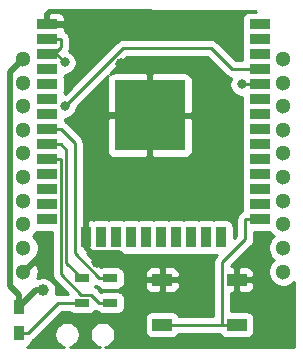
<source format=gtl>
%TF.GenerationSoftware,KiCad,Pcbnew,(5.1.0-4-gc924fc765)*%
%TF.CreationDate,2019-03-12T10:18:20+09:00*%
%TF.ProjectId,xbee,78626565-2e6b-4696-9361-645f70636258,rev?*%
%TF.SameCoordinates,Original*%
%TF.FileFunction,Copper,L1,Top*%
%TF.FilePolarity,Positive*%
%FSLAX46Y46*%
G04 Gerber Fmt 4.6, Leading zero omitted, Abs format (unit mm)*
G04 Created by KiCad (PCBNEW (5.1.0-4-gc924fc765)) date 2019-03-12 10:18:20*
%MOMM*%
%LPD*%
G04 APERTURE LIST*
%ADD10R,0.900000X1.200000*%
%ADD11R,1.200000X0.700000*%
%ADD12C,1.300000*%
%ADD13R,1.750000X0.900000*%
%ADD14R,0.900000X1.750000*%
%ADD15R,6.000000X6.000000*%
%ADD16R,1.700000X1.000000*%
%ADD17C,1.000000*%
%ADD18C,0.800000*%
%ADD19C,0.500000*%
%ADD20C,0.250000*%
%ADD21C,0.254000*%
G04 APERTURE END LIST*
D10*
X137250000Y-121600000D03*
X137250000Y-119400000D03*
D11*
X144950000Y-116950000D03*
X142550000Y-116950000D03*
X144950000Y-119050000D03*
X142550000Y-119050000D03*
D12*
X159600000Y-98400000D03*
X159600000Y-100400000D03*
X159600000Y-102400000D03*
X159600000Y-104400000D03*
X159600000Y-106400000D03*
X159600000Y-108400000D03*
X159600000Y-110400000D03*
X159600000Y-112400000D03*
X159600000Y-114400000D03*
X159600000Y-116400000D03*
X137600000Y-116400000D03*
X137600000Y-114400000D03*
X137600000Y-112400000D03*
X137600000Y-110400000D03*
X137600000Y-108400000D03*
X137600000Y-106400000D03*
X137600000Y-104400000D03*
X137600000Y-102400000D03*
X137600000Y-100400000D03*
X137600000Y-98400000D03*
D13*
X157600434Y-95482662D03*
X157600434Y-96752662D03*
X157600434Y-98022662D03*
X157600434Y-99292662D03*
X157600434Y-100562662D03*
X157600434Y-101832662D03*
X157600434Y-103102662D03*
X157600434Y-104372662D03*
X157600434Y-105642662D03*
X157600434Y-106912662D03*
X157600434Y-108182662D03*
X157600434Y-109452662D03*
X157600434Y-110722662D03*
X157600434Y-111992662D03*
D14*
X154315434Y-113482662D03*
X153045434Y-113482662D03*
X151775434Y-113482662D03*
X150505434Y-113482662D03*
X149235434Y-113482662D03*
X147965434Y-113482662D03*
X146695434Y-113482662D03*
X145425434Y-113482662D03*
X144155434Y-113482662D03*
X142885434Y-113482662D03*
D13*
X139600434Y-111992662D03*
X139600434Y-110722662D03*
X139600434Y-109452662D03*
X139600434Y-108182662D03*
X139600434Y-106912662D03*
X139600434Y-105642662D03*
X139600434Y-104372662D03*
X139600434Y-103102662D03*
X139600434Y-101832662D03*
X139600434Y-100562662D03*
X139600434Y-99292662D03*
X139600434Y-98022662D03*
X139600434Y-96752662D03*
X139600434Y-95482662D03*
D15*
X148300434Y-103182662D03*
D16*
X155650000Y-120900000D03*
X149350000Y-120900000D03*
X155650000Y-117100000D03*
X149350000Y-117100000D03*
D17*
X145845514Y-98845514D03*
X142750000Y-98229400D03*
X143870714Y-115629286D03*
X139250000Y-118000000D03*
D18*
X141089500Y-98702200D03*
X141102100Y-102422200D03*
X156078000Y-100562700D03*
D19*
X142885434Y-114347664D02*
X142885434Y-113482662D01*
X143345433Y-114807663D02*
X142885434Y-114347664D01*
X148000000Y-117100000D02*
X145707663Y-114807663D01*
X149350000Y-117100000D02*
X148000000Y-117100000D01*
X144800434Y-103182662D02*
X148300434Y-103182662D01*
X142885434Y-105097662D02*
X144800434Y-103182662D01*
X142885434Y-113482662D02*
X142885434Y-105097662D01*
X148300434Y-99682662D02*
X147617772Y-99000000D01*
X148300434Y-103182662D02*
X148300434Y-99682662D01*
X147617772Y-99000000D02*
X146000000Y-99000000D01*
X146000000Y-99000000D02*
X145845514Y-98845514D01*
X142250001Y-97729401D02*
X142250001Y-96757229D01*
X140975434Y-95482662D02*
X139600434Y-95482662D01*
X142250001Y-96757229D02*
X140975434Y-95482662D01*
X142750000Y-98229400D02*
X142250001Y-97729401D01*
X143870714Y-114922180D02*
X143756197Y-114807663D01*
X143870714Y-115629286D02*
X143870714Y-114922180D01*
X143756197Y-114807663D02*
X143557663Y-114807663D01*
X143557663Y-114807663D02*
X143345433Y-114807663D01*
X145707663Y-114807663D02*
X143557663Y-114807663D01*
X137250000Y-119400000D02*
X137250000Y-118349700D01*
X137600000Y-98400000D02*
X136486600Y-99513400D01*
X136486600Y-99513400D02*
X136486600Y-117586300D01*
X136486600Y-117586300D02*
X137250000Y-118349700D01*
X138650000Y-118000000D02*
X137250000Y-119400000D01*
X139250000Y-118000000D02*
X138650000Y-118000000D01*
D20*
X144950000Y-119050000D02*
X144024700Y-119050000D01*
X139600400Y-106912700D02*
X140800700Y-106912700D01*
X140800700Y-106912700D02*
X140800700Y-116650000D01*
X140800700Y-116650000D02*
X142525400Y-118374700D01*
X142525400Y-118374700D02*
X143349400Y-118374700D01*
X143349400Y-118374700D02*
X144024700Y-119050000D01*
X137250000Y-121600000D02*
X138025300Y-121600000D01*
X142550000Y-119050000D02*
X140575300Y-119050000D01*
X140575300Y-119050000D02*
X138025300Y-121600000D01*
X139600400Y-105642700D02*
X140800700Y-105642700D01*
X140800700Y-105642700D02*
X141251100Y-106093100D01*
X141251100Y-106093100D02*
X141251100Y-115651100D01*
X141251100Y-115651100D02*
X142550000Y-116950000D01*
X139600400Y-104372700D02*
X140800700Y-104372700D01*
X144950000Y-116950000D02*
X144024700Y-116950000D01*
X140800700Y-104372700D02*
X141944600Y-105516600D01*
X141944600Y-105516600D02*
X141944600Y-114869900D01*
X141944600Y-114869900D02*
X144024700Y-116950000D01*
X141089500Y-98702200D02*
X140305300Y-97918000D01*
X140305300Y-97918000D02*
X140800700Y-97422600D01*
X140800700Y-97422600D02*
X140800700Y-96752700D01*
X140200600Y-98022700D02*
X140305300Y-97918000D01*
X139600400Y-96752700D02*
X140800700Y-96752700D01*
X139600400Y-98022700D02*
X140200600Y-98022700D01*
X154439500Y-120900000D02*
X155650000Y-120900000D01*
X149350000Y-120900000D02*
X154439500Y-120900000D01*
X154439500Y-120900000D02*
X154439500Y-115629000D01*
X154439500Y-115629000D02*
X156400100Y-113668400D01*
X156400100Y-113668400D02*
X156400100Y-111992700D01*
X157600400Y-111992700D02*
X156400100Y-111992700D01*
X146024300Y-97500000D02*
X141102100Y-102422200D01*
X155250000Y-99250000D02*
X153500000Y-97500000D01*
X157557700Y-99250000D02*
X155250000Y-99250000D01*
X153500000Y-97500000D02*
X146024300Y-97500000D01*
X157600400Y-99292700D02*
X157557700Y-99250000D01*
X157600400Y-100562700D02*
X156078000Y-100562700D01*
D21*
G36*
X158601875Y-113219140D02*
G01*
X158780860Y-113398125D01*
X158783666Y-113400000D01*
X158780860Y-113401875D01*
X158601875Y-113580860D01*
X158461247Y-113791324D01*
X158364381Y-114025179D01*
X158315000Y-114273439D01*
X158315000Y-114526561D01*
X158364381Y-114774821D01*
X158461247Y-115008676D01*
X158601875Y-115219140D01*
X158780860Y-115398125D01*
X158783666Y-115400000D01*
X158780860Y-115401875D01*
X158601875Y-115580860D01*
X158461247Y-115791324D01*
X158364381Y-116025179D01*
X158315000Y-116273439D01*
X158315000Y-116526561D01*
X158364381Y-116774821D01*
X158461247Y-117008676D01*
X158601875Y-117219140D01*
X158780860Y-117398125D01*
X158991324Y-117538753D01*
X159225179Y-117635619D01*
X159473439Y-117685000D01*
X159726561Y-117685000D01*
X159974821Y-117635619D01*
X160208676Y-117538753D01*
X160419140Y-117398125D01*
X160528644Y-117288621D01*
X160538701Y-122790000D01*
X144532547Y-122790000D01*
X144616483Y-122773304D01*
X144813940Y-122691515D01*
X144991647Y-122572775D01*
X145142775Y-122421647D01*
X145261515Y-122243940D01*
X145343304Y-122046483D01*
X145385000Y-121836863D01*
X145385000Y-121623137D01*
X145343304Y-121413517D01*
X145261515Y-121216060D01*
X145142775Y-121038353D01*
X144991647Y-120887225D01*
X144813940Y-120768485D01*
X144616483Y-120686696D01*
X144406863Y-120645000D01*
X144193137Y-120645000D01*
X143983517Y-120686696D01*
X143786060Y-120768485D01*
X143608353Y-120887225D01*
X143457225Y-121038353D01*
X143338485Y-121216060D01*
X143256696Y-121413517D01*
X143215000Y-121623137D01*
X143215000Y-121836863D01*
X143256696Y-122046483D01*
X143338485Y-122243940D01*
X143457225Y-122421647D01*
X143608353Y-122572775D01*
X143786060Y-122691515D01*
X143983517Y-122773304D01*
X144067453Y-122790000D01*
X141532547Y-122790000D01*
X141616483Y-122773304D01*
X141813940Y-122691515D01*
X141991647Y-122572775D01*
X142142775Y-122421647D01*
X142261515Y-122243940D01*
X142343304Y-122046483D01*
X142385000Y-121836863D01*
X142385000Y-121623137D01*
X142343304Y-121413517D01*
X142261515Y-121216060D01*
X142142775Y-121038353D01*
X141991647Y-120887225D01*
X141813940Y-120768485D01*
X141616483Y-120686696D01*
X141406863Y-120645000D01*
X141193137Y-120645000D01*
X140983517Y-120686696D01*
X140786060Y-120768485D01*
X140608353Y-120887225D01*
X140457225Y-121038353D01*
X140338485Y-121216060D01*
X140256696Y-121413517D01*
X140215000Y-121623137D01*
X140215000Y-121836863D01*
X140256696Y-122046483D01*
X140338485Y-122243940D01*
X140457225Y-122421647D01*
X140608353Y-122572775D01*
X140786060Y-122691515D01*
X140983517Y-122773304D01*
X141067453Y-122790000D01*
X137942538Y-122790000D01*
X137944180Y-122789502D01*
X138054494Y-122730537D01*
X138151185Y-122651185D01*
X138230537Y-122554494D01*
X138289502Y-122444180D01*
X138325812Y-122324482D01*
X138328240Y-122299830D01*
X138449576Y-122234974D01*
X138565301Y-122140001D01*
X138589104Y-122110997D01*
X140890102Y-119810000D01*
X141465015Y-119810000D01*
X141498815Y-119851185D01*
X141595506Y-119930537D01*
X141705820Y-119989502D01*
X141825518Y-120025812D01*
X141950000Y-120038072D01*
X143150000Y-120038072D01*
X143274482Y-120025812D01*
X143394180Y-119989502D01*
X143504494Y-119930537D01*
X143601185Y-119851185D01*
X143680537Y-119754494D01*
X143691636Y-119733729D01*
X143732453Y-119755546D01*
X143849453Y-119791037D01*
X143898815Y-119851185D01*
X143995506Y-119930537D01*
X144105820Y-119989502D01*
X144225518Y-120025812D01*
X144350000Y-120038072D01*
X145550000Y-120038072D01*
X145674482Y-120025812D01*
X145794180Y-119989502D01*
X145904494Y-119930537D01*
X146001185Y-119851185D01*
X146080537Y-119754494D01*
X146139502Y-119644180D01*
X146175812Y-119524482D01*
X146188072Y-119400000D01*
X146188072Y-118700000D01*
X146175812Y-118575518D01*
X146139502Y-118455820D01*
X146080537Y-118345506D01*
X146001185Y-118248815D01*
X145904494Y-118169463D01*
X145794180Y-118110498D01*
X145674482Y-118074188D01*
X145550000Y-118061928D01*
X144350000Y-118061928D01*
X144225518Y-118074188D01*
X144147390Y-118097888D01*
X143913203Y-117863702D01*
X143889401Y-117834699D01*
X143773676Y-117739726D01*
X143660316Y-117679133D01*
X143680537Y-117654494D01*
X143691636Y-117633729D01*
X143732453Y-117655546D01*
X143849453Y-117691037D01*
X143898815Y-117751185D01*
X143995506Y-117830537D01*
X144105820Y-117889502D01*
X144225518Y-117925812D01*
X144350000Y-117938072D01*
X145550000Y-117938072D01*
X145674482Y-117925812D01*
X145794180Y-117889502D01*
X145904494Y-117830537D01*
X146001185Y-117751185D01*
X146080537Y-117654494D01*
X146109665Y-117600000D01*
X147861928Y-117600000D01*
X147874188Y-117724482D01*
X147910498Y-117844180D01*
X147969463Y-117954494D01*
X148048815Y-118051185D01*
X148145506Y-118130537D01*
X148255820Y-118189502D01*
X148375518Y-118225812D01*
X148500000Y-118238072D01*
X149064250Y-118235000D01*
X149223000Y-118076250D01*
X149223000Y-117227000D01*
X149477000Y-117227000D01*
X149477000Y-118076250D01*
X149635750Y-118235000D01*
X150200000Y-118238072D01*
X150324482Y-118225812D01*
X150444180Y-118189502D01*
X150554494Y-118130537D01*
X150651185Y-118051185D01*
X150730537Y-117954494D01*
X150789502Y-117844180D01*
X150825812Y-117724482D01*
X150838072Y-117600000D01*
X150835000Y-117385750D01*
X150676250Y-117227000D01*
X149477000Y-117227000D01*
X149223000Y-117227000D01*
X148023750Y-117227000D01*
X147865000Y-117385750D01*
X147861928Y-117600000D01*
X146109665Y-117600000D01*
X146139502Y-117544180D01*
X146175812Y-117424482D01*
X146188072Y-117300000D01*
X146188072Y-116600000D01*
X147861928Y-116600000D01*
X147865000Y-116814250D01*
X148023750Y-116973000D01*
X149223000Y-116973000D01*
X149223000Y-116123750D01*
X149477000Y-116123750D01*
X149477000Y-116973000D01*
X150676250Y-116973000D01*
X150835000Y-116814250D01*
X150838072Y-116600000D01*
X150825812Y-116475518D01*
X150789502Y-116355820D01*
X150730537Y-116245506D01*
X150651185Y-116148815D01*
X150554494Y-116069463D01*
X150444180Y-116010498D01*
X150324482Y-115974188D01*
X150200000Y-115961928D01*
X149635750Y-115965000D01*
X149477000Y-116123750D01*
X149223000Y-116123750D01*
X149064250Y-115965000D01*
X148500000Y-115961928D01*
X148375518Y-115974188D01*
X148255820Y-116010498D01*
X148145506Y-116069463D01*
X148048815Y-116148815D01*
X147969463Y-116245506D01*
X147910498Y-116355820D01*
X147874188Y-116475518D01*
X147861928Y-116600000D01*
X146188072Y-116600000D01*
X146175812Y-116475518D01*
X146139502Y-116355820D01*
X146080537Y-116245506D01*
X146001185Y-116148815D01*
X145904494Y-116069463D01*
X145794180Y-116010498D01*
X145674482Y-115974188D01*
X145550000Y-115961928D01*
X144350000Y-115961928D01*
X144225518Y-115974188D01*
X144147390Y-115997888D01*
X143012436Y-114862935D01*
X143012436Y-114833914D01*
X143171184Y-114992662D01*
X143335434Y-114995734D01*
X143459916Y-114983474D01*
X143520434Y-114965116D01*
X143580952Y-114983474D01*
X143705434Y-114995734D01*
X144605434Y-114995734D01*
X144729916Y-114983474D01*
X144790434Y-114965116D01*
X144850952Y-114983474D01*
X144975434Y-114995734D01*
X145875434Y-114995734D01*
X145999916Y-114983474D01*
X146060434Y-114965116D01*
X146120952Y-114983474D01*
X146245434Y-114995734D01*
X147145434Y-114995734D01*
X147269916Y-114983474D01*
X147330434Y-114965116D01*
X147390952Y-114983474D01*
X147515434Y-114995734D01*
X148415434Y-114995734D01*
X148539916Y-114983474D01*
X148600434Y-114965116D01*
X148660952Y-114983474D01*
X148785434Y-114995734D01*
X149685434Y-114995734D01*
X149809916Y-114983474D01*
X149870434Y-114965116D01*
X149930952Y-114983474D01*
X150055434Y-114995734D01*
X150955434Y-114995734D01*
X151079916Y-114983474D01*
X151140434Y-114965116D01*
X151200952Y-114983474D01*
X151325434Y-114995734D01*
X152225434Y-114995734D01*
X152349916Y-114983474D01*
X152410434Y-114965116D01*
X152470952Y-114983474D01*
X152595434Y-114995734D01*
X153495434Y-114995734D01*
X153619916Y-114983474D01*
X153680434Y-114965116D01*
X153740952Y-114983474D01*
X153865434Y-114995734D01*
X153997965Y-114995734D01*
X153928498Y-115065201D01*
X153899500Y-115088999D01*
X153875702Y-115117997D01*
X153875701Y-115117998D01*
X153804526Y-115204724D01*
X153733954Y-115336754D01*
X153715338Y-115398125D01*
X153690498Y-115480014D01*
X153687104Y-115514473D01*
X153675824Y-115629000D01*
X153679501Y-115666332D01*
X153679500Y-120140000D01*
X150781046Y-120140000D01*
X150730537Y-120045506D01*
X150651185Y-119948815D01*
X150554494Y-119869463D01*
X150444180Y-119810498D01*
X150324482Y-119774188D01*
X150200000Y-119761928D01*
X148500000Y-119761928D01*
X148375518Y-119774188D01*
X148255820Y-119810498D01*
X148145506Y-119869463D01*
X148048815Y-119948815D01*
X147969463Y-120045506D01*
X147910498Y-120155820D01*
X147874188Y-120275518D01*
X147861928Y-120400000D01*
X147861928Y-121400000D01*
X147874188Y-121524482D01*
X147910498Y-121644180D01*
X147969463Y-121754494D01*
X148048815Y-121851185D01*
X148145506Y-121930537D01*
X148255820Y-121989502D01*
X148375518Y-122025812D01*
X148500000Y-122038072D01*
X150200000Y-122038072D01*
X150324482Y-122025812D01*
X150444180Y-121989502D01*
X150554494Y-121930537D01*
X150651185Y-121851185D01*
X150730537Y-121754494D01*
X150781046Y-121660000D01*
X154218954Y-121660000D01*
X154269463Y-121754494D01*
X154348815Y-121851185D01*
X154445506Y-121930537D01*
X154555820Y-121989502D01*
X154675518Y-122025812D01*
X154800000Y-122038072D01*
X156500000Y-122038072D01*
X156624482Y-122025812D01*
X156744180Y-121989502D01*
X156854494Y-121930537D01*
X156951185Y-121851185D01*
X157030537Y-121754494D01*
X157089502Y-121644180D01*
X157125812Y-121524482D01*
X157138072Y-121400000D01*
X157138072Y-120400000D01*
X157125812Y-120275518D01*
X157089502Y-120155820D01*
X157030537Y-120045506D01*
X156951185Y-119948815D01*
X156854494Y-119869463D01*
X156744180Y-119810498D01*
X156624482Y-119774188D01*
X156500000Y-119761928D01*
X155199500Y-119761928D01*
X155199500Y-118235897D01*
X155364250Y-118235000D01*
X155523000Y-118076250D01*
X155523000Y-117227000D01*
X155777000Y-117227000D01*
X155777000Y-118076250D01*
X155935750Y-118235000D01*
X156500000Y-118238072D01*
X156624482Y-118225812D01*
X156744180Y-118189502D01*
X156854494Y-118130537D01*
X156951185Y-118051185D01*
X157030537Y-117954494D01*
X157089502Y-117844180D01*
X157125812Y-117724482D01*
X157138072Y-117600000D01*
X157135000Y-117385750D01*
X156976250Y-117227000D01*
X155777000Y-117227000D01*
X155523000Y-117227000D01*
X155503000Y-117227000D01*
X155503000Y-116973000D01*
X155523000Y-116973000D01*
X155523000Y-116123750D01*
X155777000Y-116123750D01*
X155777000Y-116973000D01*
X156976250Y-116973000D01*
X157135000Y-116814250D01*
X157138072Y-116600000D01*
X157125812Y-116475518D01*
X157089502Y-116355820D01*
X157030537Y-116245506D01*
X156951185Y-116148815D01*
X156854494Y-116069463D01*
X156744180Y-116010498D01*
X156624482Y-115974188D01*
X156500000Y-115961928D01*
X155935750Y-115965000D01*
X155777000Y-116123750D01*
X155523000Y-116123750D01*
X155364250Y-115965000D01*
X155199500Y-115964103D01*
X155199500Y-115943801D01*
X156911104Y-114232198D01*
X156940101Y-114208401D01*
X156966432Y-114176317D01*
X157035074Y-114092677D01*
X157105646Y-113960647D01*
X157105646Y-113960646D01*
X157149103Y-113817386D01*
X157160100Y-113705733D01*
X157160100Y-113705724D01*
X157163776Y-113668401D01*
X157160100Y-113631078D01*
X157160100Y-113080734D01*
X158475434Y-113080734D01*
X158507298Y-113077596D01*
X158601875Y-113219140D01*
X158601875Y-113219140D01*
G37*
X158601875Y-113219140D02*
X158780860Y-113398125D01*
X158783666Y-113400000D01*
X158780860Y-113401875D01*
X158601875Y-113580860D01*
X158461247Y-113791324D01*
X158364381Y-114025179D01*
X158315000Y-114273439D01*
X158315000Y-114526561D01*
X158364381Y-114774821D01*
X158461247Y-115008676D01*
X158601875Y-115219140D01*
X158780860Y-115398125D01*
X158783666Y-115400000D01*
X158780860Y-115401875D01*
X158601875Y-115580860D01*
X158461247Y-115791324D01*
X158364381Y-116025179D01*
X158315000Y-116273439D01*
X158315000Y-116526561D01*
X158364381Y-116774821D01*
X158461247Y-117008676D01*
X158601875Y-117219140D01*
X158780860Y-117398125D01*
X158991324Y-117538753D01*
X159225179Y-117635619D01*
X159473439Y-117685000D01*
X159726561Y-117685000D01*
X159974821Y-117635619D01*
X160208676Y-117538753D01*
X160419140Y-117398125D01*
X160528644Y-117288621D01*
X160538701Y-122790000D01*
X144532547Y-122790000D01*
X144616483Y-122773304D01*
X144813940Y-122691515D01*
X144991647Y-122572775D01*
X145142775Y-122421647D01*
X145261515Y-122243940D01*
X145343304Y-122046483D01*
X145385000Y-121836863D01*
X145385000Y-121623137D01*
X145343304Y-121413517D01*
X145261515Y-121216060D01*
X145142775Y-121038353D01*
X144991647Y-120887225D01*
X144813940Y-120768485D01*
X144616483Y-120686696D01*
X144406863Y-120645000D01*
X144193137Y-120645000D01*
X143983517Y-120686696D01*
X143786060Y-120768485D01*
X143608353Y-120887225D01*
X143457225Y-121038353D01*
X143338485Y-121216060D01*
X143256696Y-121413517D01*
X143215000Y-121623137D01*
X143215000Y-121836863D01*
X143256696Y-122046483D01*
X143338485Y-122243940D01*
X143457225Y-122421647D01*
X143608353Y-122572775D01*
X143786060Y-122691515D01*
X143983517Y-122773304D01*
X144067453Y-122790000D01*
X141532547Y-122790000D01*
X141616483Y-122773304D01*
X141813940Y-122691515D01*
X141991647Y-122572775D01*
X142142775Y-122421647D01*
X142261515Y-122243940D01*
X142343304Y-122046483D01*
X142385000Y-121836863D01*
X142385000Y-121623137D01*
X142343304Y-121413517D01*
X142261515Y-121216060D01*
X142142775Y-121038353D01*
X141991647Y-120887225D01*
X141813940Y-120768485D01*
X141616483Y-120686696D01*
X141406863Y-120645000D01*
X141193137Y-120645000D01*
X140983517Y-120686696D01*
X140786060Y-120768485D01*
X140608353Y-120887225D01*
X140457225Y-121038353D01*
X140338485Y-121216060D01*
X140256696Y-121413517D01*
X140215000Y-121623137D01*
X140215000Y-121836863D01*
X140256696Y-122046483D01*
X140338485Y-122243940D01*
X140457225Y-122421647D01*
X140608353Y-122572775D01*
X140786060Y-122691515D01*
X140983517Y-122773304D01*
X141067453Y-122790000D01*
X137942538Y-122790000D01*
X137944180Y-122789502D01*
X138054494Y-122730537D01*
X138151185Y-122651185D01*
X138230537Y-122554494D01*
X138289502Y-122444180D01*
X138325812Y-122324482D01*
X138328240Y-122299830D01*
X138449576Y-122234974D01*
X138565301Y-122140001D01*
X138589104Y-122110997D01*
X140890102Y-119810000D01*
X141465015Y-119810000D01*
X141498815Y-119851185D01*
X141595506Y-119930537D01*
X141705820Y-119989502D01*
X141825518Y-120025812D01*
X141950000Y-120038072D01*
X143150000Y-120038072D01*
X143274482Y-120025812D01*
X143394180Y-119989502D01*
X143504494Y-119930537D01*
X143601185Y-119851185D01*
X143680537Y-119754494D01*
X143691636Y-119733729D01*
X143732453Y-119755546D01*
X143849453Y-119791037D01*
X143898815Y-119851185D01*
X143995506Y-119930537D01*
X144105820Y-119989502D01*
X144225518Y-120025812D01*
X144350000Y-120038072D01*
X145550000Y-120038072D01*
X145674482Y-120025812D01*
X145794180Y-119989502D01*
X145904494Y-119930537D01*
X146001185Y-119851185D01*
X146080537Y-119754494D01*
X146139502Y-119644180D01*
X146175812Y-119524482D01*
X146188072Y-119400000D01*
X146188072Y-118700000D01*
X146175812Y-118575518D01*
X146139502Y-118455820D01*
X146080537Y-118345506D01*
X146001185Y-118248815D01*
X145904494Y-118169463D01*
X145794180Y-118110498D01*
X145674482Y-118074188D01*
X145550000Y-118061928D01*
X144350000Y-118061928D01*
X144225518Y-118074188D01*
X144147390Y-118097888D01*
X143913203Y-117863702D01*
X143889401Y-117834699D01*
X143773676Y-117739726D01*
X143660316Y-117679133D01*
X143680537Y-117654494D01*
X143691636Y-117633729D01*
X143732453Y-117655546D01*
X143849453Y-117691037D01*
X143898815Y-117751185D01*
X143995506Y-117830537D01*
X144105820Y-117889502D01*
X144225518Y-117925812D01*
X144350000Y-117938072D01*
X145550000Y-117938072D01*
X145674482Y-117925812D01*
X145794180Y-117889502D01*
X145904494Y-117830537D01*
X146001185Y-117751185D01*
X146080537Y-117654494D01*
X146109665Y-117600000D01*
X147861928Y-117600000D01*
X147874188Y-117724482D01*
X147910498Y-117844180D01*
X147969463Y-117954494D01*
X148048815Y-118051185D01*
X148145506Y-118130537D01*
X148255820Y-118189502D01*
X148375518Y-118225812D01*
X148500000Y-118238072D01*
X149064250Y-118235000D01*
X149223000Y-118076250D01*
X149223000Y-117227000D01*
X149477000Y-117227000D01*
X149477000Y-118076250D01*
X149635750Y-118235000D01*
X150200000Y-118238072D01*
X150324482Y-118225812D01*
X150444180Y-118189502D01*
X150554494Y-118130537D01*
X150651185Y-118051185D01*
X150730537Y-117954494D01*
X150789502Y-117844180D01*
X150825812Y-117724482D01*
X150838072Y-117600000D01*
X150835000Y-117385750D01*
X150676250Y-117227000D01*
X149477000Y-117227000D01*
X149223000Y-117227000D01*
X148023750Y-117227000D01*
X147865000Y-117385750D01*
X147861928Y-117600000D01*
X146109665Y-117600000D01*
X146139502Y-117544180D01*
X146175812Y-117424482D01*
X146188072Y-117300000D01*
X146188072Y-116600000D01*
X147861928Y-116600000D01*
X147865000Y-116814250D01*
X148023750Y-116973000D01*
X149223000Y-116973000D01*
X149223000Y-116123750D01*
X149477000Y-116123750D01*
X149477000Y-116973000D01*
X150676250Y-116973000D01*
X150835000Y-116814250D01*
X150838072Y-116600000D01*
X150825812Y-116475518D01*
X150789502Y-116355820D01*
X150730537Y-116245506D01*
X150651185Y-116148815D01*
X150554494Y-116069463D01*
X150444180Y-116010498D01*
X150324482Y-115974188D01*
X150200000Y-115961928D01*
X149635750Y-115965000D01*
X149477000Y-116123750D01*
X149223000Y-116123750D01*
X149064250Y-115965000D01*
X148500000Y-115961928D01*
X148375518Y-115974188D01*
X148255820Y-116010498D01*
X148145506Y-116069463D01*
X148048815Y-116148815D01*
X147969463Y-116245506D01*
X147910498Y-116355820D01*
X147874188Y-116475518D01*
X147861928Y-116600000D01*
X146188072Y-116600000D01*
X146175812Y-116475518D01*
X146139502Y-116355820D01*
X146080537Y-116245506D01*
X146001185Y-116148815D01*
X145904494Y-116069463D01*
X145794180Y-116010498D01*
X145674482Y-115974188D01*
X145550000Y-115961928D01*
X144350000Y-115961928D01*
X144225518Y-115974188D01*
X144147390Y-115997888D01*
X143012436Y-114862935D01*
X143012436Y-114833914D01*
X143171184Y-114992662D01*
X143335434Y-114995734D01*
X143459916Y-114983474D01*
X143520434Y-114965116D01*
X143580952Y-114983474D01*
X143705434Y-114995734D01*
X144605434Y-114995734D01*
X144729916Y-114983474D01*
X144790434Y-114965116D01*
X144850952Y-114983474D01*
X144975434Y-114995734D01*
X145875434Y-114995734D01*
X145999916Y-114983474D01*
X146060434Y-114965116D01*
X146120952Y-114983474D01*
X146245434Y-114995734D01*
X147145434Y-114995734D01*
X147269916Y-114983474D01*
X147330434Y-114965116D01*
X147390952Y-114983474D01*
X147515434Y-114995734D01*
X148415434Y-114995734D01*
X148539916Y-114983474D01*
X148600434Y-114965116D01*
X148660952Y-114983474D01*
X148785434Y-114995734D01*
X149685434Y-114995734D01*
X149809916Y-114983474D01*
X149870434Y-114965116D01*
X149930952Y-114983474D01*
X150055434Y-114995734D01*
X150955434Y-114995734D01*
X151079916Y-114983474D01*
X151140434Y-114965116D01*
X151200952Y-114983474D01*
X151325434Y-114995734D01*
X152225434Y-114995734D01*
X152349916Y-114983474D01*
X152410434Y-114965116D01*
X152470952Y-114983474D01*
X152595434Y-114995734D01*
X153495434Y-114995734D01*
X153619916Y-114983474D01*
X153680434Y-114965116D01*
X153740952Y-114983474D01*
X153865434Y-114995734D01*
X153997965Y-114995734D01*
X153928498Y-115065201D01*
X153899500Y-115088999D01*
X153875702Y-115117997D01*
X153875701Y-115117998D01*
X153804526Y-115204724D01*
X153733954Y-115336754D01*
X153715338Y-115398125D01*
X153690498Y-115480014D01*
X153687104Y-115514473D01*
X153675824Y-115629000D01*
X153679501Y-115666332D01*
X153679500Y-120140000D01*
X150781046Y-120140000D01*
X150730537Y-120045506D01*
X150651185Y-119948815D01*
X150554494Y-119869463D01*
X150444180Y-119810498D01*
X150324482Y-119774188D01*
X150200000Y-119761928D01*
X148500000Y-119761928D01*
X148375518Y-119774188D01*
X148255820Y-119810498D01*
X148145506Y-119869463D01*
X148048815Y-119948815D01*
X147969463Y-120045506D01*
X147910498Y-120155820D01*
X147874188Y-120275518D01*
X147861928Y-120400000D01*
X147861928Y-121400000D01*
X147874188Y-121524482D01*
X147910498Y-121644180D01*
X147969463Y-121754494D01*
X148048815Y-121851185D01*
X148145506Y-121930537D01*
X148255820Y-121989502D01*
X148375518Y-122025812D01*
X148500000Y-122038072D01*
X150200000Y-122038072D01*
X150324482Y-122025812D01*
X150444180Y-121989502D01*
X150554494Y-121930537D01*
X150651185Y-121851185D01*
X150730537Y-121754494D01*
X150781046Y-121660000D01*
X154218954Y-121660000D01*
X154269463Y-121754494D01*
X154348815Y-121851185D01*
X154445506Y-121930537D01*
X154555820Y-121989502D01*
X154675518Y-122025812D01*
X154800000Y-122038072D01*
X156500000Y-122038072D01*
X156624482Y-122025812D01*
X156744180Y-121989502D01*
X156854494Y-121930537D01*
X156951185Y-121851185D01*
X157030537Y-121754494D01*
X157089502Y-121644180D01*
X157125812Y-121524482D01*
X157138072Y-121400000D01*
X157138072Y-120400000D01*
X157125812Y-120275518D01*
X157089502Y-120155820D01*
X157030537Y-120045506D01*
X156951185Y-119948815D01*
X156854494Y-119869463D01*
X156744180Y-119810498D01*
X156624482Y-119774188D01*
X156500000Y-119761928D01*
X155199500Y-119761928D01*
X155199500Y-118235897D01*
X155364250Y-118235000D01*
X155523000Y-118076250D01*
X155523000Y-117227000D01*
X155777000Y-117227000D01*
X155777000Y-118076250D01*
X155935750Y-118235000D01*
X156500000Y-118238072D01*
X156624482Y-118225812D01*
X156744180Y-118189502D01*
X156854494Y-118130537D01*
X156951185Y-118051185D01*
X157030537Y-117954494D01*
X157089502Y-117844180D01*
X157125812Y-117724482D01*
X157138072Y-117600000D01*
X157135000Y-117385750D01*
X156976250Y-117227000D01*
X155777000Y-117227000D01*
X155523000Y-117227000D01*
X155503000Y-117227000D01*
X155503000Y-116973000D01*
X155523000Y-116973000D01*
X155523000Y-116123750D01*
X155777000Y-116123750D01*
X155777000Y-116973000D01*
X156976250Y-116973000D01*
X157135000Y-116814250D01*
X157138072Y-116600000D01*
X157125812Y-116475518D01*
X157089502Y-116355820D01*
X157030537Y-116245506D01*
X156951185Y-116148815D01*
X156854494Y-116069463D01*
X156744180Y-116010498D01*
X156624482Y-115974188D01*
X156500000Y-115961928D01*
X155935750Y-115965000D01*
X155777000Y-116123750D01*
X155523000Y-116123750D01*
X155364250Y-115965000D01*
X155199500Y-115964103D01*
X155199500Y-115943801D01*
X156911104Y-114232198D01*
X156940101Y-114208401D01*
X156966432Y-114176317D01*
X157035074Y-114092677D01*
X157105646Y-113960647D01*
X157105646Y-113960646D01*
X157149103Y-113817386D01*
X157160100Y-113705733D01*
X157160100Y-113705724D01*
X157163776Y-113668401D01*
X157160100Y-113631078D01*
X157160100Y-113080734D01*
X158475434Y-113080734D01*
X158507298Y-113077596D01*
X158601875Y-113219140D01*
G36*
X138725434Y-113080734D02*
G01*
X140040701Y-113080734D01*
X140040701Y-116612668D01*
X140037024Y-116650000D01*
X140051698Y-116798985D01*
X140095154Y-116942246D01*
X140165726Y-117074276D01*
X140209657Y-117127805D01*
X140260700Y-117190001D01*
X140289698Y-117213799D01*
X141365898Y-118290000D01*
X140612633Y-118290000D01*
X140575300Y-118286323D01*
X140537967Y-118290000D01*
X140426314Y-118300997D01*
X140342295Y-118326484D01*
X140385000Y-118111788D01*
X140385000Y-117888212D01*
X140341383Y-117668933D01*
X140255824Y-117462376D01*
X140131612Y-117276480D01*
X139973520Y-117118388D01*
X139787624Y-116994176D01*
X139581067Y-116908617D01*
X139361788Y-116865000D01*
X139138212Y-116865000D01*
X138918933Y-116908617D01*
X138747848Y-116979483D01*
X138820095Y-116822626D01*
X138879102Y-116576476D01*
X138888952Y-116323545D01*
X138849270Y-116073551D01*
X138761578Y-115836104D01*
X138714201Y-115747466D01*
X138485527Y-115694078D01*
X137779605Y-116400000D01*
X137793748Y-116414143D01*
X137614143Y-116593748D01*
X137600000Y-116579605D01*
X137585858Y-116593748D01*
X137406253Y-116414143D01*
X137420395Y-116400000D01*
X137406253Y-116385858D01*
X137585858Y-116206253D01*
X137600000Y-116220395D01*
X138305922Y-115514473D01*
X138297703Y-115479267D01*
X138419140Y-115398125D01*
X138598125Y-115219140D01*
X138738753Y-115008676D01*
X138835619Y-114774821D01*
X138885000Y-114526561D01*
X138885000Y-114273439D01*
X138835619Y-114025179D01*
X138738753Y-113791324D01*
X138598125Y-113580860D01*
X138419140Y-113401875D01*
X138416334Y-113400000D01*
X138419140Y-113398125D01*
X138598125Y-113219140D01*
X138692756Y-113077516D01*
X138725434Y-113080734D01*
X138725434Y-113080734D01*
G37*
X138725434Y-113080734D02*
X140040701Y-113080734D01*
X140040701Y-116612668D01*
X140037024Y-116650000D01*
X140051698Y-116798985D01*
X140095154Y-116942246D01*
X140165726Y-117074276D01*
X140209657Y-117127805D01*
X140260700Y-117190001D01*
X140289698Y-117213799D01*
X141365898Y-118290000D01*
X140612633Y-118290000D01*
X140575300Y-118286323D01*
X140537967Y-118290000D01*
X140426314Y-118300997D01*
X140342295Y-118326484D01*
X140385000Y-118111788D01*
X140385000Y-117888212D01*
X140341383Y-117668933D01*
X140255824Y-117462376D01*
X140131612Y-117276480D01*
X139973520Y-117118388D01*
X139787624Y-116994176D01*
X139581067Y-116908617D01*
X139361788Y-116865000D01*
X139138212Y-116865000D01*
X138918933Y-116908617D01*
X138747848Y-116979483D01*
X138820095Y-116822626D01*
X138879102Y-116576476D01*
X138888952Y-116323545D01*
X138849270Y-116073551D01*
X138761578Y-115836104D01*
X138714201Y-115747466D01*
X138485527Y-115694078D01*
X137779605Y-116400000D01*
X137793748Y-116414143D01*
X137614143Y-116593748D01*
X137600000Y-116579605D01*
X137585858Y-116593748D01*
X137406253Y-116414143D01*
X137420395Y-116400000D01*
X137406253Y-116385858D01*
X137585858Y-116206253D01*
X137600000Y-116220395D01*
X138305922Y-115514473D01*
X138297703Y-115479267D01*
X138419140Y-115398125D01*
X138598125Y-115219140D01*
X138738753Y-115008676D01*
X138835619Y-114774821D01*
X138885000Y-114526561D01*
X138885000Y-114273439D01*
X138835619Y-114025179D01*
X138738753Y-113791324D01*
X138598125Y-113580860D01*
X138419140Y-113401875D01*
X138416334Y-113400000D01*
X138419140Y-113398125D01*
X138598125Y-113219140D01*
X138692756Y-113077516D01*
X138725434Y-113080734D01*
G36*
X154686200Y-99761002D02*
G01*
X154709999Y-99790001D01*
X154825724Y-99884974D01*
X154957753Y-99955546D01*
X155101014Y-99999003D01*
X155203145Y-100009062D01*
X155160795Y-100072444D01*
X155082774Y-100260802D01*
X155043000Y-100460761D01*
X155043000Y-100664639D01*
X155082774Y-100864598D01*
X155160795Y-101052956D01*
X155274063Y-101222474D01*
X155418226Y-101366637D01*
X155587744Y-101479905D01*
X155776102Y-101557926D01*
X155976061Y-101597700D01*
X156087362Y-101597700D01*
X156087362Y-102282662D01*
X156099622Y-102407144D01*
X156117980Y-102467662D01*
X156099622Y-102528180D01*
X156087362Y-102652662D01*
X156087362Y-103552662D01*
X156099622Y-103677144D01*
X156117980Y-103737662D01*
X156099622Y-103798180D01*
X156087362Y-103922662D01*
X156087362Y-104822662D01*
X156099622Y-104947144D01*
X156117980Y-105007662D01*
X156099622Y-105068180D01*
X156087362Y-105192662D01*
X156087362Y-106092662D01*
X156099622Y-106217144D01*
X156117980Y-106277662D01*
X156099622Y-106338180D01*
X156087362Y-106462662D01*
X156087362Y-107362662D01*
X156099622Y-107487144D01*
X156117980Y-107547662D01*
X156099622Y-107608180D01*
X156087362Y-107732662D01*
X156087362Y-108632662D01*
X156099622Y-108757144D01*
X156117980Y-108817662D01*
X156099622Y-108878180D01*
X156087362Y-109002662D01*
X156087362Y-109902662D01*
X156099622Y-110027144D01*
X156117980Y-110087662D01*
X156099622Y-110148180D01*
X156087362Y-110272662D01*
X156087362Y-111172662D01*
X156099099Y-111291833D01*
X155975824Y-111357726D01*
X155860099Y-111452699D01*
X155765126Y-111568424D01*
X155694554Y-111700453D01*
X155651097Y-111843714D01*
X155636423Y-111992700D01*
X155640101Y-112030043D01*
X155640100Y-113353598D01*
X155403506Y-113590192D01*
X155403506Y-112607662D01*
X155391246Y-112483180D01*
X155354936Y-112363482D01*
X155295971Y-112253168D01*
X155216619Y-112156477D01*
X155119928Y-112077125D01*
X155009614Y-112018160D01*
X154889916Y-111981850D01*
X154765434Y-111969590D01*
X153865434Y-111969590D01*
X153740952Y-111981850D01*
X153680434Y-112000208D01*
X153619916Y-111981850D01*
X153495434Y-111969590D01*
X152595434Y-111969590D01*
X152470952Y-111981850D01*
X152410434Y-112000208D01*
X152349916Y-111981850D01*
X152225434Y-111969590D01*
X151325434Y-111969590D01*
X151200952Y-111981850D01*
X151140434Y-112000208D01*
X151079916Y-111981850D01*
X150955434Y-111969590D01*
X150055434Y-111969590D01*
X149930952Y-111981850D01*
X149870434Y-112000208D01*
X149809916Y-111981850D01*
X149685434Y-111969590D01*
X148785434Y-111969590D01*
X148660952Y-111981850D01*
X148600434Y-112000208D01*
X148539916Y-111981850D01*
X148415434Y-111969590D01*
X147515434Y-111969590D01*
X147390952Y-111981850D01*
X147330434Y-112000208D01*
X147269916Y-111981850D01*
X147145434Y-111969590D01*
X146245434Y-111969590D01*
X146120952Y-111981850D01*
X146060434Y-112000208D01*
X145999916Y-111981850D01*
X145875434Y-111969590D01*
X144975434Y-111969590D01*
X144850952Y-111981850D01*
X144790434Y-112000208D01*
X144729916Y-111981850D01*
X144605434Y-111969590D01*
X143705434Y-111969590D01*
X143580952Y-111981850D01*
X143520434Y-112000208D01*
X143459916Y-111981850D01*
X143335434Y-111969590D01*
X143171184Y-111972662D01*
X143012434Y-112131412D01*
X143012434Y-113355662D01*
X143032434Y-113355662D01*
X143032434Y-113609662D01*
X143012434Y-113609662D01*
X143012434Y-113629662D01*
X142758434Y-113629662D01*
X142758434Y-113609662D01*
X142738434Y-113609662D01*
X142738434Y-113355662D01*
X142758434Y-113355662D01*
X142758434Y-112131412D01*
X142704600Y-112077578D01*
X142704600Y-106182662D01*
X144662362Y-106182662D01*
X144674622Y-106307144D01*
X144710932Y-106426842D01*
X144769897Y-106537156D01*
X144849249Y-106633847D01*
X144945940Y-106713199D01*
X145056254Y-106772164D01*
X145175952Y-106808474D01*
X145300434Y-106820734D01*
X148014684Y-106817662D01*
X148173434Y-106658912D01*
X148173434Y-103309662D01*
X148427434Y-103309662D01*
X148427434Y-106658912D01*
X148586184Y-106817662D01*
X151300434Y-106820734D01*
X151424916Y-106808474D01*
X151544614Y-106772164D01*
X151654928Y-106713199D01*
X151751619Y-106633847D01*
X151830971Y-106537156D01*
X151889936Y-106426842D01*
X151926246Y-106307144D01*
X151938506Y-106182662D01*
X151935434Y-103468412D01*
X151776684Y-103309662D01*
X148427434Y-103309662D01*
X148173434Y-103309662D01*
X144824184Y-103309662D01*
X144665434Y-103468412D01*
X144662362Y-106182662D01*
X142704600Y-106182662D01*
X142704600Y-105553923D01*
X142708276Y-105516600D01*
X142704600Y-105479277D01*
X142704600Y-105479267D01*
X142693603Y-105367614D01*
X142650146Y-105224353D01*
X142633207Y-105192662D01*
X142579574Y-105092323D01*
X142508399Y-105005597D01*
X142484601Y-104976599D01*
X142455604Y-104952802D01*
X141364504Y-103861702D01*
X141340701Y-103832699D01*
X141224976Y-103737726D01*
X141101766Y-103671868D01*
X141113506Y-103552662D01*
X141113506Y-103457200D01*
X141204039Y-103457200D01*
X141403998Y-103417426D01*
X141592356Y-103339405D01*
X141761874Y-103226137D01*
X141906037Y-103081974D01*
X142019305Y-102912456D01*
X142097326Y-102724098D01*
X142137100Y-102524139D01*
X142137100Y-102462001D01*
X144768707Y-99830395D01*
X144710932Y-99938482D01*
X144674622Y-100058180D01*
X144662362Y-100182662D01*
X144665434Y-102896912D01*
X144824184Y-103055662D01*
X148173434Y-103055662D01*
X148173434Y-99706412D01*
X148427434Y-99706412D01*
X148427434Y-103055662D01*
X151776684Y-103055662D01*
X151935434Y-102896912D01*
X151938506Y-100182662D01*
X151926246Y-100058180D01*
X151889936Y-99938482D01*
X151830971Y-99828168D01*
X151751619Y-99731477D01*
X151654928Y-99652125D01*
X151544614Y-99593160D01*
X151424916Y-99556850D01*
X151300434Y-99544590D01*
X148586184Y-99547662D01*
X148427434Y-99706412D01*
X148173434Y-99706412D01*
X148014684Y-99547662D01*
X145300434Y-99544590D01*
X145175952Y-99556850D01*
X145056254Y-99593160D01*
X144948167Y-99650935D01*
X146339102Y-98260000D01*
X153185199Y-98260000D01*
X154686200Y-99761002D01*
X154686200Y-99761002D01*
G37*
X154686200Y-99761002D02*
X154709999Y-99790001D01*
X154825724Y-99884974D01*
X154957753Y-99955546D01*
X155101014Y-99999003D01*
X155203145Y-100009062D01*
X155160795Y-100072444D01*
X155082774Y-100260802D01*
X155043000Y-100460761D01*
X155043000Y-100664639D01*
X155082774Y-100864598D01*
X155160795Y-101052956D01*
X155274063Y-101222474D01*
X155418226Y-101366637D01*
X155587744Y-101479905D01*
X155776102Y-101557926D01*
X155976061Y-101597700D01*
X156087362Y-101597700D01*
X156087362Y-102282662D01*
X156099622Y-102407144D01*
X156117980Y-102467662D01*
X156099622Y-102528180D01*
X156087362Y-102652662D01*
X156087362Y-103552662D01*
X156099622Y-103677144D01*
X156117980Y-103737662D01*
X156099622Y-103798180D01*
X156087362Y-103922662D01*
X156087362Y-104822662D01*
X156099622Y-104947144D01*
X156117980Y-105007662D01*
X156099622Y-105068180D01*
X156087362Y-105192662D01*
X156087362Y-106092662D01*
X156099622Y-106217144D01*
X156117980Y-106277662D01*
X156099622Y-106338180D01*
X156087362Y-106462662D01*
X156087362Y-107362662D01*
X156099622Y-107487144D01*
X156117980Y-107547662D01*
X156099622Y-107608180D01*
X156087362Y-107732662D01*
X156087362Y-108632662D01*
X156099622Y-108757144D01*
X156117980Y-108817662D01*
X156099622Y-108878180D01*
X156087362Y-109002662D01*
X156087362Y-109902662D01*
X156099622Y-110027144D01*
X156117980Y-110087662D01*
X156099622Y-110148180D01*
X156087362Y-110272662D01*
X156087362Y-111172662D01*
X156099099Y-111291833D01*
X155975824Y-111357726D01*
X155860099Y-111452699D01*
X155765126Y-111568424D01*
X155694554Y-111700453D01*
X155651097Y-111843714D01*
X155636423Y-111992700D01*
X155640101Y-112030043D01*
X155640100Y-113353598D01*
X155403506Y-113590192D01*
X155403506Y-112607662D01*
X155391246Y-112483180D01*
X155354936Y-112363482D01*
X155295971Y-112253168D01*
X155216619Y-112156477D01*
X155119928Y-112077125D01*
X155009614Y-112018160D01*
X154889916Y-111981850D01*
X154765434Y-111969590D01*
X153865434Y-111969590D01*
X153740952Y-111981850D01*
X153680434Y-112000208D01*
X153619916Y-111981850D01*
X153495434Y-111969590D01*
X152595434Y-111969590D01*
X152470952Y-111981850D01*
X152410434Y-112000208D01*
X152349916Y-111981850D01*
X152225434Y-111969590D01*
X151325434Y-111969590D01*
X151200952Y-111981850D01*
X151140434Y-112000208D01*
X151079916Y-111981850D01*
X150955434Y-111969590D01*
X150055434Y-111969590D01*
X149930952Y-111981850D01*
X149870434Y-112000208D01*
X149809916Y-111981850D01*
X149685434Y-111969590D01*
X148785434Y-111969590D01*
X148660952Y-111981850D01*
X148600434Y-112000208D01*
X148539916Y-111981850D01*
X148415434Y-111969590D01*
X147515434Y-111969590D01*
X147390952Y-111981850D01*
X147330434Y-112000208D01*
X147269916Y-111981850D01*
X147145434Y-111969590D01*
X146245434Y-111969590D01*
X146120952Y-111981850D01*
X146060434Y-112000208D01*
X145999916Y-111981850D01*
X145875434Y-111969590D01*
X144975434Y-111969590D01*
X144850952Y-111981850D01*
X144790434Y-112000208D01*
X144729916Y-111981850D01*
X144605434Y-111969590D01*
X143705434Y-111969590D01*
X143580952Y-111981850D01*
X143520434Y-112000208D01*
X143459916Y-111981850D01*
X143335434Y-111969590D01*
X143171184Y-111972662D01*
X143012434Y-112131412D01*
X143012434Y-113355662D01*
X143032434Y-113355662D01*
X143032434Y-113609662D01*
X143012434Y-113609662D01*
X143012434Y-113629662D01*
X142758434Y-113629662D01*
X142758434Y-113609662D01*
X142738434Y-113609662D01*
X142738434Y-113355662D01*
X142758434Y-113355662D01*
X142758434Y-112131412D01*
X142704600Y-112077578D01*
X142704600Y-106182662D01*
X144662362Y-106182662D01*
X144674622Y-106307144D01*
X144710932Y-106426842D01*
X144769897Y-106537156D01*
X144849249Y-106633847D01*
X144945940Y-106713199D01*
X145056254Y-106772164D01*
X145175952Y-106808474D01*
X145300434Y-106820734D01*
X148014684Y-106817662D01*
X148173434Y-106658912D01*
X148173434Y-103309662D01*
X148427434Y-103309662D01*
X148427434Y-106658912D01*
X148586184Y-106817662D01*
X151300434Y-106820734D01*
X151424916Y-106808474D01*
X151544614Y-106772164D01*
X151654928Y-106713199D01*
X151751619Y-106633847D01*
X151830971Y-106537156D01*
X151889936Y-106426842D01*
X151926246Y-106307144D01*
X151938506Y-106182662D01*
X151935434Y-103468412D01*
X151776684Y-103309662D01*
X148427434Y-103309662D01*
X148173434Y-103309662D01*
X144824184Y-103309662D01*
X144665434Y-103468412D01*
X144662362Y-106182662D01*
X142704600Y-106182662D01*
X142704600Y-105553923D01*
X142708276Y-105516600D01*
X142704600Y-105479277D01*
X142704600Y-105479267D01*
X142693603Y-105367614D01*
X142650146Y-105224353D01*
X142633207Y-105192662D01*
X142579574Y-105092323D01*
X142508399Y-105005597D01*
X142484601Y-104976599D01*
X142455604Y-104952802D01*
X141364504Y-103861702D01*
X141340701Y-103832699D01*
X141224976Y-103737726D01*
X141101766Y-103671868D01*
X141113506Y-103552662D01*
X141113506Y-103457200D01*
X141204039Y-103457200D01*
X141403998Y-103417426D01*
X141592356Y-103339405D01*
X141761874Y-103226137D01*
X141906037Y-103081974D01*
X142019305Y-102912456D01*
X142097326Y-102724098D01*
X142137100Y-102524139D01*
X142137100Y-102462001D01*
X144768707Y-99830395D01*
X144710932Y-99938482D01*
X144674622Y-100058180D01*
X144662362Y-100182662D01*
X144665434Y-102896912D01*
X144824184Y-103055662D01*
X148173434Y-103055662D01*
X148173434Y-99706412D01*
X148427434Y-99706412D01*
X148427434Y-103055662D01*
X151776684Y-103055662D01*
X151935434Y-102896912D01*
X151938506Y-100182662D01*
X151926246Y-100058180D01*
X151889936Y-99938482D01*
X151830971Y-99828168D01*
X151751619Y-99731477D01*
X151654928Y-99652125D01*
X151544614Y-99593160D01*
X151424916Y-99556850D01*
X151300434Y-99544590D01*
X148586184Y-99547662D01*
X148427434Y-99706412D01*
X148173434Y-99706412D01*
X148014684Y-99547662D01*
X145300434Y-99544590D01*
X145175952Y-99556850D01*
X145056254Y-99593160D01*
X144948167Y-99650935D01*
X146339102Y-98260000D01*
X153185199Y-98260000D01*
X154686200Y-99761002D01*
G36*
X157225954Y-94323932D02*
G01*
X157309668Y-94394590D01*
X156725434Y-94394590D01*
X156600952Y-94406850D01*
X156481254Y-94443160D01*
X156370940Y-94502125D01*
X156274249Y-94581477D01*
X156194897Y-94678168D01*
X156135932Y-94788482D01*
X156099622Y-94908180D01*
X156087362Y-95032662D01*
X156087362Y-95932662D01*
X156099622Y-96057144D01*
X156117980Y-96117662D01*
X156099622Y-96178180D01*
X156087362Y-96302662D01*
X156087362Y-97202662D01*
X156099622Y-97327144D01*
X156117980Y-97387662D01*
X156099622Y-97448180D01*
X156087362Y-97572662D01*
X156087362Y-98472662D01*
X156089070Y-98490000D01*
X155564802Y-98490000D01*
X154063804Y-96989003D01*
X154040001Y-96959999D01*
X153924276Y-96865026D01*
X153792247Y-96794454D01*
X153648986Y-96750997D01*
X153537333Y-96740000D01*
X153537322Y-96740000D01*
X153500000Y-96736324D01*
X153462678Y-96740000D01*
X146061622Y-96740000D01*
X146024300Y-96736324D01*
X145986977Y-96740000D01*
X145986967Y-96740000D01*
X145875314Y-96750997D01*
X145732053Y-96794454D01*
X145600023Y-96865026D01*
X145516383Y-96933668D01*
X145484299Y-96959999D01*
X145460501Y-96988997D01*
X141109322Y-101340177D01*
X141101246Y-101258180D01*
X141082888Y-101197662D01*
X141101246Y-101137144D01*
X141113506Y-101012662D01*
X141113506Y-100112662D01*
X141101246Y-99988180D01*
X141082888Y-99927662D01*
X141101246Y-99867144D01*
X141113506Y-99742662D01*
X141113506Y-99737200D01*
X141191439Y-99737200D01*
X141391398Y-99697426D01*
X141579756Y-99619405D01*
X141749274Y-99506137D01*
X141893437Y-99361974D01*
X142006705Y-99192456D01*
X142084726Y-99004098D01*
X142124500Y-98804139D01*
X142124500Y-98600261D01*
X142084726Y-98400302D01*
X142006705Y-98211944D01*
X141893437Y-98042426D01*
X141749274Y-97898263D01*
X141579756Y-97784995D01*
X141488873Y-97747350D01*
X141506246Y-97714847D01*
X141549703Y-97571586D01*
X141560700Y-97459933D01*
X141560700Y-97459924D01*
X141564376Y-97422601D01*
X141560700Y-97385278D01*
X141560700Y-96790033D01*
X141564377Y-96752700D01*
X141549703Y-96603714D01*
X141506246Y-96460453D01*
X141435674Y-96328424D01*
X141340701Y-96212699D01*
X141224976Y-96117726D01*
X141101766Y-96051868D01*
X141113506Y-95932662D01*
X141110434Y-95768412D01*
X140951684Y-95609662D01*
X139727434Y-95609662D01*
X139727434Y-95629662D01*
X139473434Y-95629662D01*
X139473434Y-95609662D01*
X139453434Y-95609662D01*
X139453434Y-95355662D01*
X139473434Y-95355662D01*
X139473434Y-94556412D01*
X139727434Y-94556412D01*
X139727434Y-95355662D01*
X140951684Y-95355662D01*
X141110434Y-95196912D01*
X141113506Y-95032662D01*
X141101246Y-94908180D01*
X141064936Y-94788482D01*
X141005971Y-94678168D01*
X140926619Y-94581477D01*
X140829928Y-94502125D01*
X140719614Y-94443160D01*
X140599916Y-94406850D01*
X140475434Y-94394590D01*
X139886184Y-94397662D01*
X139727434Y-94556412D01*
X139473434Y-94556412D01*
X139423158Y-94506136D01*
X139741279Y-94230431D01*
X157225954Y-94323932D01*
X157225954Y-94323932D01*
G37*
X157225954Y-94323932D02*
X157309668Y-94394590D01*
X156725434Y-94394590D01*
X156600952Y-94406850D01*
X156481254Y-94443160D01*
X156370940Y-94502125D01*
X156274249Y-94581477D01*
X156194897Y-94678168D01*
X156135932Y-94788482D01*
X156099622Y-94908180D01*
X156087362Y-95032662D01*
X156087362Y-95932662D01*
X156099622Y-96057144D01*
X156117980Y-96117662D01*
X156099622Y-96178180D01*
X156087362Y-96302662D01*
X156087362Y-97202662D01*
X156099622Y-97327144D01*
X156117980Y-97387662D01*
X156099622Y-97448180D01*
X156087362Y-97572662D01*
X156087362Y-98472662D01*
X156089070Y-98490000D01*
X155564802Y-98490000D01*
X154063804Y-96989003D01*
X154040001Y-96959999D01*
X153924276Y-96865026D01*
X153792247Y-96794454D01*
X153648986Y-96750997D01*
X153537333Y-96740000D01*
X153537322Y-96740000D01*
X153500000Y-96736324D01*
X153462678Y-96740000D01*
X146061622Y-96740000D01*
X146024300Y-96736324D01*
X145986977Y-96740000D01*
X145986967Y-96740000D01*
X145875314Y-96750997D01*
X145732053Y-96794454D01*
X145600023Y-96865026D01*
X145516383Y-96933668D01*
X145484299Y-96959999D01*
X145460501Y-96988997D01*
X141109322Y-101340177D01*
X141101246Y-101258180D01*
X141082888Y-101197662D01*
X141101246Y-101137144D01*
X141113506Y-101012662D01*
X141113506Y-100112662D01*
X141101246Y-99988180D01*
X141082888Y-99927662D01*
X141101246Y-99867144D01*
X141113506Y-99742662D01*
X141113506Y-99737200D01*
X141191439Y-99737200D01*
X141391398Y-99697426D01*
X141579756Y-99619405D01*
X141749274Y-99506137D01*
X141893437Y-99361974D01*
X142006705Y-99192456D01*
X142084726Y-99004098D01*
X142124500Y-98804139D01*
X142124500Y-98600261D01*
X142084726Y-98400302D01*
X142006705Y-98211944D01*
X141893437Y-98042426D01*
X141749274Y-97898263D01*
X141579756Y-97784995D01*
X141488873Y-97747350D01*
X141506246Y-97714847D01*
X141549703Y-97571586D01*
X141560700Y-97459933D01*
X141560700Y-97459924D01*
X141564376Y-97422601D01*
X141560700Y-97385278D01*
X141560700Y-96790033D01*
X141564377Y-96752700D01*
X141549703Y-96603714D01*
X141506246Y-96460453D01*
X141435674Y-96328424D01*
X141340701Y-96212699D01*
X141224976Y-96117726D01*
X141101766Y-96051868D01*
X141113506Y-95932662D01*
X141110434Y-95768412D01*
X140951684Y-95609662D01*
X139727434Y-95609662D01*
X139727434Y-95629662D01*
X139473434Y-95629662D01*
X139473434Y-95609662D01*
X139453434Y-95609662D01*
X139453434Y-95355662D01*
X139473434Y-95355662D01*
X139473434Y-94556412D01*
X139727434Y-94556412D01*
X139727434Y-95355662D01*
X140951684Y-95355662D01*
X141110434Y-95196912D01*
X141113506Y-95032662D01*
X141101246Y-94908180D01*
X141064936Y-94788482D01*
X141005971Y-94678168D01*
X140926619Y-94581477D01*
X140829928Y-94502125D01*
X140719614Y-94443160D01*
X140599916Y-94406850D01*
X140475434Y-94394590D01*
X139886184Y-94397662D01*
X139727434Y-94556412D01*
X139473434Y-94556412D01*
X139423158Y-94506136D01*
X139741279Y-94230431D01*
X157225954Y-94323932D01*
M02*

</source>
